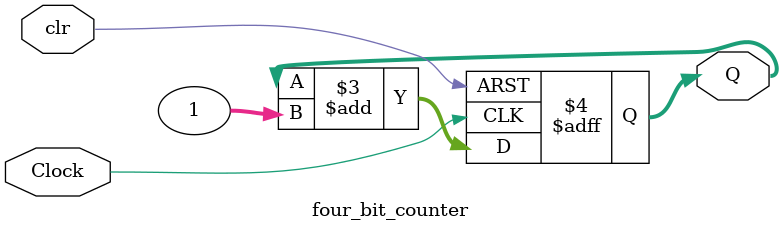
<source format=v>
`timescale 1ns / 1ps

module four_bit_counter(
output reg [32:0]Q,
input wire Clock, clr
    );

always @(posedge Clock, posedge clr)
    begin 
        if(clr == 1)
            Q<=0;
        else
            Q<=Q+1;
    end
endmodule

</source>
